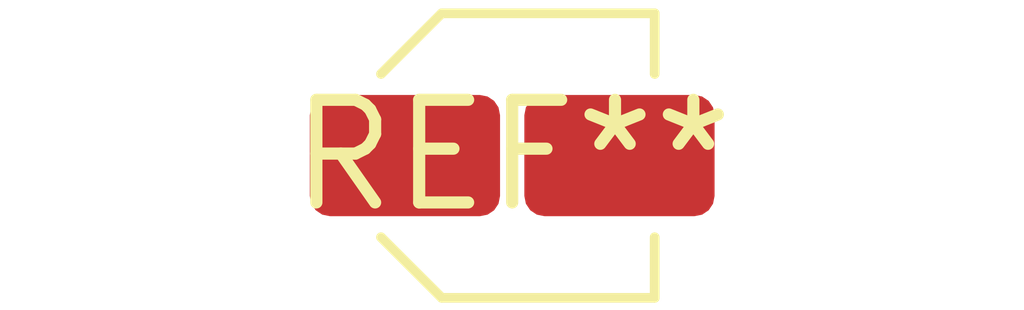
<source format=kicad_pcb>
(kicad_pcb (version 20240108) (generator pcbnew)
  (layers (0 "F.Cu" signal) (31 "B.Cu" signal) (34 "B.Paste" user) (35 "F.Paste" user) (36 "B.SilkS" user "B.Silkscreen") (37 "F.SilkS" user "F.Silkscreen") (38 "B.Mask" user) (39 "F.Mask" user) (44 "Edge.Cuts" user))
  (net 0 "")
  (footprint "C_Elec_3x5.4" (layer "F.Cu") (at 0 0)
    (property "Reference" "REF**")
    (property "Value" "C_Elec_3x5.4")
    (fp_line (start -1.620563 -1.01) (end -0.870563 -1.76) (layer "F.SilkS") (stroke (width 0.12)))
    (fp_line (start -1.620563 1.01) (end -0.870563 1.76) (layer "F.SilkS") (stroke (width 0.12)))
    (fp_line (start -0.870563 -1.76) (end 1.76 -1.76) (layer "F.SilkS") (stroke (width 0.12)))
    (fp_line (start -0.870563 1.76) (end 1.76 1.76) (layer "F.SilkS") (stroke (width 0.12)))
    (fp_line (start 1.76 -1.76) (end 1.76 -1.01) (layer "F.SilkS") (stroke (width 0.12)))
    (fp_line (start 1.76 1.76) (end 1.76 1.01) (layer "F.SilkS") (stroke (width 0.12)))
    (pad "1" smd roundrect (at -1.325 0) (size 2.35 1.5) (layers "F.Cu" "F.Paste" "F.Mask") (roundrect_rratio 0.166667))
    (pad "2" smd roundrect (at 1.325 0) (size 2.35 1.5) (layers "F.Cu" "F.Paste" "F.Mask") (roundrect_rratio 0.166667))
  )
)
</source>
